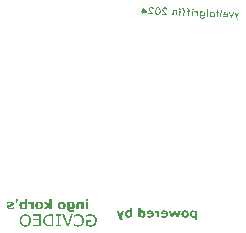
<source format=gbr>
%TF.GenerationSoftware,KiCad,Pcbnew,8.99.0-417-ga763d613e5*%
%TF.CreationDate,2024-04-11T17:26:30-04:00*%
%TF.ProjectId,fujiflex,66756a69-666c-4657-982e-6b696361645f,rev?*%
%TF.SameCoordinates,Original*%
%TF.FileFunction,Legend,Bot*%
%TF.FilePolarity,Positive*%
%FSLAX46Y46*%
G04 Gerber Fmt 4.6, Leading zero omitted, Abs format (unit mm)*
G04 Created by KiCad (PCBNEW 8.99.0-417-ga763d613e5) date 2024-04-11 17:26:30*
%MOMM*%
%LPD*%
G01*
G04 APERTURE LIST*
%ADD10C,0.125000*%
%ADD11C,0.150000*%
%ADD12C,0.200000*%
%ADD13C,0.259000*%
G04 APERTURE END LIST*
D10*
G36*
X157914116Y-93084069D02*
G01*
X157907665Y-93074276D01*
X157898002Y-93066555D01*
X157857481Y-93062728D01*
X157845093Y-93064430D01*
X157834647Y-93071344D01*
X157827431Y-93080587D01*
X157699986Y-93337263D01*
X157593618Y-93069179D01*
X157587362Y-93059395D01*
X157577512Y-93051483D01*
X157565293Y-93048975D01*
X157524602Y-93049358D01*
X157514156Y-93056271D01*
X157507136Y-93065523D01*
X157504366Y-93076044D01*
X157506239Y-93087853D01*
X157745134Y-93673837D01*
X157751585Y-93683629D01*
X157761292Y-93690252D01*
X157773699Y-93692950D01*
X157815373Y-93692424D01*
X157831624Y-93677311D01*
X157835601Y-93665921D01*
X157832557Y-93654065D01*
X157743080Y-93442575D01*
X157913227Y-93106216D01*
X157915996Y-93095694D01*
X157914116Y-93084069D01*
G37*
G36*
X157452576Y-93065531D02*
G01*
X157446125Y-93055739D01*
X157436462Y-93048018D01*
X157395941Y-93044190D01*
X157383553Y-93045893D01*
X157373107Y-93052806D01*
X157365891Y-93062050D01*
X157238358Y-93320922D01*
X157132071Y-93050825D01*
X157125823Y-93040858D01*
X157115972Y-93032945D01*
X157103672Y-93032451D01*
X157074386Y-93031275D01*
X157062974Y-93033017D01*
X157052528Y-93039930D01*
X157045507Y-93049182D01*
X157042694Y-93060802D01*
X157044611Y-93071512D01*
X157203468Y-93464168D01*
X157209716Y-93474136D01*
X157219618Y-93480767D01*
X157231830Y-93483457D01*
X157243242Y-93481715D01*
X157254816Y-93475947D01*
X157261844Y-93466513D01*
X157451679Y-93087861D01*
X157454449Y-93077340D01*
X157452576Y-93065531D01*
G37*
G36*
X156787193Y-93019740D02*
G01*
X156800664Y-93020281D01*
X156866690Y-93056116D01*
X156921855Y-93114064D01*
X156929187Y-93126275D01*
X156955120Y-93210915D01*
X156952157Y-93284678D01*
X156919519Y-93366965D01*
X156911240Y-93378366D01*
X156842411Y-93436650D01*
X156782918Y-93462127D01*
X156769314Y-93464880D01*
X156681457Y-93461352D01*
X156667986Y-93460811D01*
X156602899Y-93425930D01*
X156546692Y-93369591D01*
X156540241Y-93359798D01*
X156538564Y-93347998D01*
X156541131Y-93337651D01*
X156548390Y-93327310D01*
X156587965Y-93296266D01*
X156611633Y-93296117D01*
X156629000Y-93311664D01*
X156650807Y-93357823D01*
X156692756Y-93379674D01*
X156764603Y-93382559D01*
X156812747Y-93362127D01*
X156833824Y-93343724D01*
X156858841Y-93280746D01*
X156573210Y-93269274D01*
X156560998Y-93266584D01*
X156551147Y-93258672D01*
X156544704Y-93248696D01*
X156542997Y-93237628D01*
X156544923Y-93189666D01*
X156636051Y-93189666D01*
X156853154Y-93198386D01*
X156841462Y-93153551D01*
X156822076Y-93129856D01*
X156775895Y-93101418D01*
X156704047Y-93098533D01*
X156660327Y-93120793D01*
X156636918Y-93168068D01*
X156636051Y-93189666D01*
X156544923Y-93189666D01*
X156546386Y-93153249D01*
X156550271Y-93139289D01*
X156580605Y-93085142D01*
X156626225Y-93044808D01*
X156685732Y-93018965D01*
X156699336Y-93016212D01*
X156787193Y-93019740D01*
G37*
G36*
X156417974Y-92835148D02*
G01*
X156411718Y-92825363D01*
X156401816Y-92818732D01*
X156360319Y-92814866D01*
X156347930Y-92816568D01*
X156337528Y-92822383D01*
X156330508Y-92831635D01*
X156327702Y-92843072D01*
X156304662Y-93416702D01*
X156306542Y-93428327D01*
X156312798Y-93438112D01*
X156322700Y-93444743D01*
X156334912Y-93447433D01*
X156376586Y-93446907D01*
X156386988Y-93441091D01*
X156394008Y-93431840D01*
X156396814Y-93420403D01*
X156419854Y-92846773D01*
X156417974Y-92835148D01*
G37*
G36*
X156206663Y-93013290D02*
G01*
X156200407Y-93003506D01*
X156189377Y-92995730D01*
X156121906Y-92991003D01*
X156128199Y-92834325D01*
X156126312Y-92822883D01*
X156120042Y-92813465D01*
X156110139Y-92806834D01*
X156097920Y-92804327D01*
X156068635Y-92803150D01*
X156056335Y-92802656D01*
X156045932Y-92808472D01*
X156038912Y-92817723D01*
X156036106Y-92829160D01*
X156029674Y-92989315D01*
X155973445Y-92987057D01*
X155962317Y-92986610D01*
X155951871Y-92993524D01*
X155944655Y-93002767D01*
X155940917Y-93013067D01*
X155939814Y-93040522D01*
X155942670Y-93052186D01*
X155949121Y-93061978D01*
X155959024Y-93068609D01*
X156026292Y-93073511D01*
X156013001Y-93404438D01*
X156014866Y-93416429D01*
X156021121Y-93426213D01*
X156031016Y-93433027D01*
X156072514Y-93436894D01*
X156084902Y-93435192D01*
X156095311Y-93429193D01*
X156102332Y-93419942D01*
X156105152Y-93408139D01*
X156118444Y-93077212D01*
X156174672Y-93079471D01*
X156186084Y-93077729D01*
X156197658Y-93071961D01*
X156204678Y-93062710D01*
X156207484Y-93051272D01*
X156208587Y-93023817D01*
X156206663Y-93013290D01*
G37*
G36*
X155492187Y-92967728D02*
G01*
X155502045Y-92975457D01*
X155508301Y-92985241D01*
X155509791Y-93006567D01*
X155523622Y-92998140D01*
X155583245Y-92974318D01*
X155596834Y-92971931D01*
X155684495Y-92975451D01*
X155697966Y-92975992D01*
X155763016Y-93011788D01*
X155819157Y-93069775D01*
X155826489Y-93081986D01*
X155852422Y-93166626D01*
X155849459Y-93240389D01*
X155816822Y-93322676D01*
X155808542Y-93334077D01*
X155739713Y-93392361D01*
X155680220Y-93417838D01*
X155666616Y-93420591D01*
X155578955Y-93417071D01*
X155565484Y-93416530D01*
X155508052Y-93385807D01*
X155494970Y-93375565D01*
X155491738Y-93397618D01*
X155484718Y-93406869D01*
X155474308Y-93412868D01*
X155461920Y-93414570D01*
X155421399Y-93410743D01*
X155411504Y-93403929D01*
X155405255Y-93393961D01*
X155403383Y-93382153D01*
X155407228Y-93286427D01*
X155498550Y-93286427D01*
X155590058Y-93335385D01*
X155662100Y-93338278D01*
X155710274Y-93317114D01*
X155731184Y-93297971D01*
X155758942Y-93225203D01*
X155760854Y-93177614D01*
X155739021Y-93102856D01*
X155719713Y-93082097D01*
X155673392Y-93057137D01*
X155601350Y-93054244D01*
X155506211Y-93095705D01*
X155498550Y-93286427D01*
X155407228Y-93286427D01*
X155419027Y-92992655D01*
X155421796Y-92982133D01*
X155429019Y-92972707D01*
X155439277Y-92965602D01*
X155479968Y-92965220D01*
X155492187Y-92967728D01*
G37*
G36*
X155256705Y-92788506D02*
G01*
X155250449Y-92778722D01*
X155240547Y-92772091D01*
X155199050Y-92768224D01*
X155186662Y-92769927D01*
X155176259Y-92775742D01*
X155169239Y-92784993D01*
X155166433Y-92796430D01*
X155143394Y-93370061D01*
X155145273Y-93381686D01*
X155151529Y-93391470D01*
X155161431Y-93398101D01*
X155173643Y-93400792D01*
X155215317Y-93400265D01*
X155225719Y-93394450D01*
X155232739Y-93385199D01*
X155235545Y-93373762D01*
X155258585Y-92800131D01*
X155256705Y-92788506D01*
G37*
G36*
X154651301Y-92933954D02*
G01*
X154661160Y-92941683D01*
X154667415Y-92951468D01*
X154668906Y-92972794D01*
X154682737Y-92964366D01*
X154742359Y-92940545D01*
X154755948Y-92938157D01*
X154843610Y-92941678D01*
X154857081Y-92942219D01*
X154914535Y-92972393D01*
X154978467Y-93036009D01*
X154985799Y-93048220D01*
X155012521Y-93142425D01*
X155008769Y-93206623D01*
X154976132Y-93288911D01*
X154967852Y-93300311D01*
X154907046Y-93353601D01*
X154839335Y-93384064D01*
X154825731Y-93386818D01*
X154738070Y-93383297D01*
X154724598Y-93382756D01*
X154667167Y-93352033D01*
X154654085Y-93341791D01*
X154652556Y-93379863D01*
X154675651Y-93447522D01*
X154695199Y-93467190D01*
X154741645Y-93489039D01*
X154784402Y-93490756D01*
X154832494Y-93471605D01*
X154859236Y-93448479D01*
X154869646Y-93442481D01*
X154882229Y-93440786D01*
X154951840Y-93445782D01*
X154961735Y-93452596D01*
X154967998Y-93462197D01*
X154969871Y-93474006D01*
X154967109Y-93484345D01*
X154960089Y-93493596D01*
X154899422Y-93543408D01*
X154831792Y-93571858D01*
X154818203Y-93574245D01*
X154730542Y-93570725D01*
X154717070Y-93570184D01*
X154650812Y-93535256D01*
X154595784Y-93478780D01*
X154588242Y-93466928D01*
X154561576Y-93376208D01*
X154566538Y-93252654D01*
X154657665Y-93252654D01*
X154749173Y-93301611D01*
X154821215Y-93304505D01*
X154869389Y-93283340D01*
X154890299Y-93264197D01*
X154918057Y-93191430D01*
X154919968Y-93143841D01*
X154898136Y-93069082D01*
X154878828Y-93048324D01*
X154832507Y-93023364D01*
X154760464Y-93020470D01*
X154665325Y-93061932D01*
X154657665Y-93252654D01*
X154566538Y-93252654D01*
X154578337Y-92958890D01*
X154580911Y-92948360D01*
X154588134Y-92938934D01*
X154598392Y-92931829D01*
X154610968Y-92930318D01*
X154651301Y-92933954D01*
G37*
G36*
X154410086Y-92941316D02*
G01*
X154403830Y-92931531D01*
X154392808Y-92923572D01*
X154352475Y-92919935D01*
X154339899Y-92921447D01*
X154329647Y-92928368D01*
X154322432Y-92937612D01*
X154318344Y-92985847D01*
X154278258Y-92946837D01*
X154220804Y-92916664D01*
X154206242Y-92914062D01*
X154107176Y-92912100D01*
X154096730Y-92919013D01*
X154089710Y-92928265D01*
X154086948Y-92938603D01*
X154087725Y-92977684D01*
X154093980Y-92987468D01*
X154103883Y-92994099D01*
X154196142Y-93000005D01*
X154242485Y-93024416D01*
X154291074Y-93075683D01*
X154312933Y-93120560D01*
X154304288Y-93335809D01*
X154306153Y-93347800D01*
X154312408Y-93357584D01*
X154322303Y-93364398D01*
X154334515Y-93367089D01*
X154375017Y-93366516D01*
X154386598Y-93360564D01*
X154393619Y-93351313D01*
X154396432Y-93339693D01*
X154411995Y-92952209D01*
X154410086Y-92941316D01*
G37*
G36*
X153995717Y-92722093D02*
G01*
X153954219Y-92718227D01*
X153941831Y-92719929D01*
X153901041Y-92752023D01*
X153894020Y-92761275D01*
X153890112Y-92800167D01*
X153891991Y-92811792D01*
X153898247Y-92821577D01*
X153936332Y-92856839D01*
X153977830Y-92860706D01*
X153990218Y-92859003D01*
X154031008Y-92826909D01*
X154038029Y-92817658D01*
X154041937Y-92778765D01*
X154040058Y-92767140D01*
X154033802Y-92757356D01*
X153995717Y-92722093D01*
G37*
G36*
X154004303Y-92927034D02*
G01*
X153998047Y-92917250D01*
X153988189Y-92909521D01*
X153946692Y-92905654D01*
X153934303Y-92907356D01*
X153923857Y-92914270D01*
X153916837Y-92923521D01*
X153914060Y-92934226D01*
X153898578Y-93319697D01*
X153900450Y-93331505D01*
X153906699Y-93341473D01*
X153916601Y-93348104D01*
X153928813Y-93350794D01*
X153970487Y-93350268D01*
X153980889Y-93344453D01*
X153987916Y-93335018D01*
X153990730Y-93323398D01*
X154006212Y-92937927D01*
X154004303Y-92927034D01*
G37*
G36*
X153772450Y-92915522D02*
G01*
X153766194Y-92905738D01*
X153755164Y-92897961D01*
X153687693Y-92893235D01*
X153688948Y-92832786D01*
X153656663Y-92740742D01*
X153590688Y-92703626D01*
X153576046Y-92703038D01*
X153517475Y-92700685D01*
X153506265Y-92702252D01*
X153495870Y-92707884D01*
X153488677Y-92716578D01*
X153484917Y-92727427D01*
X153483873Y-92753418D01*
X153486751Y-92764533D01*
X153493224Y-92773776D01*
X153503133Y-92780224D01*
X153514181Y-92782685D01*
X153565919Y-92784763D01*
X153581432Y-92792902D01*
X153597386Y-92843592D01*
X153595460Y-92891547D01*
X153539232Y-92889289D01*
X153528104Y-92888842D01*
X153517657Y-92895755D01*
X153510442Y-92904999D01*
X153506704Y-92915298D01*
X153505601Y-92942754D01*
X153508457Y-92954418D01*
X153514908Y-92964210D01*
X153524810Y-92970841D01*
X153592079Y-92975743D01*
X153578787Y-93306670D01*
X153580652Y-93318661D01*
X153586908Y-93328445D01*
X153596803Y-93335259D01*
X153638300Y-93339126D01*
X153650689Y-93337424D01*
X153661098Y-93331425D01*
X153668118Y-93322174D01*
X153670939Y-93310371D01*
X153684231Y-92979444D01*
X153740459Y-92981703D01*
X153751871Y-92979961D01*
X153763444Y-92974193D01*
X153770465Y-92964941D01*
X153773271Y-92953504D01*
X153774373Y-92926049D01*
X153772450Y-92915522D01*
G37*
G36*
X153366357Y-92899212D02*
G01*
X153360101Y-92889427D01*
X153349071Y-92881651D01*
X153281600Y-92876925D01*
X153282855Y-92816476D01*
X153250570Y-92724431D01*
X153184596Y-92687315D01*
X153169953Y-92686727D01*
X153111382Y-92684375D01*
X153100172Y-92685941D01*
X153089778Y-92691574D01*
X153082584Y-92700268D01*
X153078824Y-92711117D01*
X153077780Y-92737107D01*
X153080658Y-92748223D01*
X153087131Y-92757466D01*
X153097041Y-92763914D01*
X153108088Y-92766374D01*
X153159826Y-92768452D01*
X153175339Y-92776592D01*
X153191294Y-92827282D01*
X153189368Y-92875237D01*
X153133140Y-92872978D01*
X153122011Y-92872531D01*
X153111565Y-92879445D01*
X153104349Y-92888688D01*
X153100611Y-92898988D01*
X153099508Y-92926443D01*
X153102364Y-92938108D01*
X153108815Y-92947900D01*
X153118718Y-92954531D01*
X153185986Y-92959433D01*
X153172695Y-93290359D01*
X153174560Y-93302350D01*
X153180815Y-93312135D01*
X153190710Y-93318949D01*
X153232208Y-93322816D01*
X153244596Y-93321113D01*
X153255005Y-93315115D01*
X153262026Y-93305864D01*
X153264846Y-93294060D01*
X153278138Y-92963134D01*
X153334366Y-92965392D01*
X153345778Y-92963651D01*
X153357352Y-92957882D01*
X153364372Y-92948631D01*
X153367178Y-92937194D01*
X153368281Y-92909739D01*
X153366357Y-92899212D01*
G37*
G36*
X152921133Y-92678934D02*
G01*
X152879636Y-92675067D01*
X152867248Y-92676769D01*
X152826457Y-92708864D01*
X152819437Y-92718115D01*
X152815528Y-92757007D01*
X152817408Y-92768632D01*
X152823663Y-92778417D01*
X152861749Y-92813679D01*
X152903246Y-92817546D01*
X152915634Y-92815843D01*
X152956425Y-92783749D01*
X152963445Y-92774498D01*
X152967354Y-92735606D01*
X152965474Y-92723980D01*
X152959218Y-92714196D01*
X152921133Y-92678934D01*
G37*
G36*
X152929719Y-92883875D02*
G01*
X152923463Y-92874090D01*
X152913605Y-92866361D01*
X152872108Y-92862494D01*
X152859720Y-92864197D01*
X152849273Y-92871110D01*
X152842253Y-92880361D01*
X152839476Y-92891066D01*
X152823994Y-93276537D01*
X152825867Y-93288346D01*
X152832115Y-93298313D01*
X152842017Y-93304944D01*
X152854229Y-93307634D01*
X152895903Y-93307108D01*
X152906305Y-93301293D01*
X152913333Y-93291859D01*
X152916146Y-93280238D01*
X152931628Y-92894768D01*
X152929719Y-92883875D01*
G37*
G36*
X152668573Y-92871369D02*
G01*
X152662122Y-92861577D01*
X152652466Y-92853673D01*
X152612133Y-92850036D01*
X152599557Y-92851548D01*
X152589306Y-92858469D01*
X152582105Y-92867346D01*
X152577851Y-92914841D01*
X152536572Y-92876334D01*
X152480463Y-92846764D01*
X152465820Y-92846176D01*
X152378159Y-92842655D01*
X152364367Y-92845218D01*
X152294427Y-92877608D01*
X152288383Y-92886899D01*
X152254409Y-92978116D01*
X152243360Y-93253217D01*
X152245232Y-93265025D01*
X152251481Y-93274992D01*
X152261383Y-93281623D01*
X152273595Y-93284314D01*
X152301709Y-93285443D01*
X152314009Y-93285937D01*
X152324426Y-93279755D01*
X152331453Y-93270321D01*
X152334274Y-93258518D01*
X152345242Y-92985430D01*
X152368177Y-92945102D01*
X152411765Y-92926137D01*
X152454522Y-92927854D01*
X152504118Y-92954046D01*
X152574256Y-93004345D01*
X152563472Y-93272857D01*
X152565329Y-93285031D01*
X152573869Y-93296374D01*
X152593978Y-93297182D01*
X152622288Y-93298319D01*
X152634676Y-93296616D01*
X152645086Y-93290618D01*
X152652106Y-93281367D01*
X152654919Y-93269746D01*
X152670482Y-92882262D01*
X152668573Y-92871369D01*
G37*
G36*
X151817345Y-93226573D02*
G01*
X151810938Y-93215682D01*
X151561070Y-92932119D01*
X151509218Y-92850104D01*
X151485126Y-92802387D01*
X151486795Y-92760839D01*
X151509852Y-92722349D01*
X151553417Y-92703932D01*
X151654550Y-92707994D01*
X151696498Y-92729845D01*
X151716213Y-92769686D01*
X151717284Y-92801445D01*
X151723735Y-92811238D01*
X151733442Y-92817861D01*
X151745812Y-92821474D01*
X151786351Y-92819986D01*
X151796754Y-92814170D01*
X151803774Y-92804919D01*
X151807646Y-92766942D01*
X151804878Y-92753081D01*
X151778955Y-92697408D01*
X151736615Y-92656108D01*
X151679319Y-92626857D01*
X151665653Y-92626308D01*
X151548706Y-92621611D01*
X151535110Y-92624182D01*
X151475429Y-92649468D01*
X151430071Y-92688162D01*
X151399737Y-92742309D01*
X151395859Y-92756086D01*
X151393683Y-92810264D01*
X151396450Y-92824125D01*
X151424555Y-92883920D01*
X151479645Y-92968081D01*
X151662673Y-93177645D01*
X151381727Y-93166361D01*
X151369151Y-93167872D01*
X151358749Y-93173688D01*
X151351743Y-93182573D01*
X151347879Y-93220367D01*
X151349766Y-93231809D01*
X151356036Y-93241227D01*
X151365939Y-93247858D01*
X151378434Y-93248360D01*
X151785307Y-93264702D01*
X151797891Y-93263007D01*
X151808293Y-93257192D01*
X151815321Y-93247758D01*
X151818090Y-93237236D01*
X151817345Y-93226573D01*
G37*
G36*
X151063152Y-92602109D02*
G01*
X151164140Y-92638982D01*
X151225784Y-92730372D01*
X151253627Y-92879438D01*
X151250106Y-92967111D01*
X151215094Y-93108519D01*
X151148297Y-93198968D01*
X151131044Y-93209825D01*
X151043256Y-93233798D01*
X150974684Y-93232144D01*
X150869249Y-93193993D01*
X150807598Y-93102786D01*
X150779762Y-92953537D01*
X150779907Y-92949917D01*
X150872208Y-92949917D01*
X150893924Y-93081137D01*
X150923700Y-93128532D01*
X150983639Y-93150372D01*
X151030691Y-93152262D01*
X151092189Y-93135299D01*
X151125670Y-93090444D01*
X151157840Y-92961389D01*
X151160942Y-92884148D01*
X151139226Y-92752929D01*
X151109450Y-92705534D01*
X151049511Y-92683693D01*
X151002459Y-92681803D01*
X150940961Y-92698766D01*
X150907480Y-92743621D01*
X150875310Y-92872676D01*
X150872208Y-92949917D01*
X150779907Y-92949917D01*
X150783284Y-92865863D01*
X150818296Y-92724456D01*
X150884897Y-92633999D01*
X150902150Y-92623142D01*
X150989938Y-92599169D01*
X151063152Y-92602109D01*
G37*
G36*
X150661543Y-93180151D02*
G01*
X150655136Y-93169261D01*
X150405268Y-92885697D01*
X150353416Y-92803682D01*
X150329324Y-92755966D01*
X150330993Y-92714417D01*
X150354049Y-92675927D01*
X150397615Y-92657510D01*
X150498748Y-92661572D01*
X150540696Y-92683423D01*
X150560411Y-92723265D01*
X150561482Y-92755024D01*
X150567933Y-92764816D01*
X150577640Y-92771439D01*
X150590010Y-92775052D01*
X150630549Y-92773564D01*
X150640952Y-92767749D01*
X150647972Y-92758497D01*
X150651844Y-92720520D01*
X150649076Y-92706659D01*
X150623153Y-92650986D01*
X150580812Y-92609686D01*
X150523517Y-92580435D01*
X150509851Y-92579886D01*
X150392904Y-92575189D01*
X150379307Y-92577760D01*
X150319626Y-92603046D01*
X150274269Y-92641740D01*
X150243934Y-92695887D01*
X150240057Y-92709664D01*
X150237881Y-92763843D01*
X150240648Y-92777704D01*
X150268753Y-92837498D01*
X150323842Y-92921659D01*
X150506871Y-93131223D01*
X150225925Y-93119939D01*
X150213349Y-93121451D01*
X150202947Y-93127266D01*
X150195941Y-93136151D01*
X150192076Y-93173945D01*
X150193963Y-93185387D01*
X150200234Y-93194806D01*
X150210136Y-93201437D01*
X150222631Y-93201938D01*
X150629505Y-93218280D01*
X150642088Y-93216586D01*
X150652491Y-93210770D01*
X150659518Y-93201336D01*
X150662288Y-93190814D01*
X150661543Y-93180151D01*
G37*
G36*
X149749793Y-92549359D02*
G01*
X149761117Y-92549814D01*
X149773204Y-92555616D01*
X149780915Y-92563259D01*
X150083817Y-93011383D01*
X150089096Y-93021128D01*
X150084939Y-93041861D01*
X150067402Y-93054907D01*
X150056274Y-93054460D01*
X149796413Y-93044022D01*
X149789160Y-93166195D01*
X149782132Y-93175630D01*
X149771722Y-93181628D01*
X149759334Y-93183331D01*
X149719009Y-93179511D01*
X149709114Y-93172697D01*
X149702670Y-93162722D01*
X149704262Y-93040321D01*
X149619919Y-93036934D01*
X149607505Y-93034418D01*
X149597790Y-93027978D01*
X149591325Y-93018552D01*
X149589626Y-93007301D01*
X149590640Y-92982042D01*
X149593236Y-92970963D01*
X149600437Y-92962086D01*
X149600551Y-92962023D01*
X149799707Y-92962023D01*
X149950422Y-92968260D01*
X149807918Y-92757573D01*
X149799707Y-92962023D01*
X149600551Y-92962023D01*
X149610637Y-92956446D01*
X149623213Y-92954934D01*
X149707555Y-92958322D01*
X149723037Y-92572851D01*
X149726827Y-92561270D01*
X149738665Y-92548912D01*
X149749793Y-92549359D01*
G37*
D11*
G36*
X144923263Y-111079192D02*
G01*
X144971623Y-111099969D01*
X145022456Y-111119162D01*
X145069717Y-111134893D01*
X145106445Y-111145870D01*
X145155629Y-111158265D01*
X145204020Y-111167119D01*
X145257510Y-111172846D01*
X145298420Y-111174202D01*
X145349726Y-111172648D01*
X145399138Y-111167984D01*
X145453291Y-111158848D01*
X145504972Y-111145651D01*
X145517505Y-111141718D01*
X145565484Y-111123430D01*
X145609768Y-111101051D01*
X145655172Y-111070985D01*
X145687254Y-111044021D01*
X145724546Y-111004455D01*
X145753412Y-110964907D01*
X145778249Y-110921237D01*
X145796675Y-110879645D01*
X145813451Y-110828217D01*
X145824199Y-110779786D01*
X145831276Y-110728153D01*
X145834684Y-110673317D01*
X145835021Y-110648836D01*
X145832785Y-110589920D01*
X145826076Y-110534194D01*
X145814894Y-110481659D01*
X145799239Y-110432314D01*
X145779112Y-110386160D01*
X145754513Y-110343196D01*
X145725440Y-110303423D01*
X145691895Y-110266840D01*
X145654384Y-110234039D01*
X145613539Y-110205611D01*
X145569357Y-110181557D01*
X145521841Y-110161877D01*
X145470989Y-110146569D01*
X145416801Y-110135636D01*
X145359278Y-110129075D01*
X145298420Y-110126889D01*
X145249063Y-110128531D01*
X145199089Y-110133458D01*
X145148496Y-110141669D01*
X145120122Y-110147649D01*
X145067776Y-110161489D01*
X145019397Y-110177651D01*
X144969277Y-110197446D01*
X144923995Y-110217747D01*
X144923995Y-110376993D01*
X144936452Y-110376993D01*
X144979179Y-110349287D01*
X144998245Y-110337670D01*
X145043394Y-110312743D01*
X145077868Y-110296882D01*
X145125081Y-110280241D01*
X145174181Y-110267325D01*
X145185335Y-110264886D01*
X145236814Y-110256505D01*
X145289055Y-110252560D01*
X145321623Y-110251941D01*
X145373597Y-110254535D01*
X145422053Y-110262317D01*
X145475557Y-110278502D01*
X145523994Y-110302159D01*
X145567365Y-110333285D01*
X145593465Y-110358187D01*
X145627414Y-110400665D01*
X145654339Y-110448415D01*
X145674240Y-110501438D01*
X145685458Y-110549651D01*
X145691799Y-110601525D01*
X145693360Y-110645661D01*
X145690814Y-110703349D01*
X145683175Y-110756886D01*
X145670445Y-110806274D01*
X145648446Y-110860061D01*
X145619113Y-110907871D01*
X145589069Y-110943148D01*
X145547214Y-110979172D01*
X145500053Y-111007743D01*
X145447586Y-111028860D01*
X145399810Y-111040765D01*
X145348348Y-111047493D01*
X145304526Y-111049150D01*
X145255250Y-111047432D01*
X145205974Y-111042280D01*
X145173123Y-111036938D01*
X145122441Y-111025648D01*
X145073902Y-111010875D01*
X145058085Y-111004942D01*
X145058085Y-110767782D01*
X145332125Y-110767782D01*
X145332125Y-110642730D01*
X144923263Y-110642730D01*
X144923263Y-111079192D01*
G37*
G36*
X143901106Y-111082122D02*
G01*
X143947639Y-111102759D01*
X143969494Y-111112897D01*
X144015099Y-111131273D01*
X144049606Y-111142939D01*
X144098910Y-111156265D01*
X144140464Y-111164921D01*
X144192060Y-111171882D01*
X144241315Y-111174166D01*
X144248664Y-111174202D01*
X144303084Y-111172279D01*
X144354970Y-111166508D01*
X144404323Y-111156891D01*
X144451141Y-111143427D01*
X144500394Y-111123236D01*
X144545938Y-111097557D01*
X144587772Y-111066392D01*
X144609410Y-111046707D01*
X144644225Y-111007674D01*
X144674480Y-110963116D01*
X144697546Y-110918870D01*
X144712481Y-110882820D01*
X144728723Y-110830995D01*
X144739128Y-110782367D01*
X144745980Y-110730677D01*
X144749280Y-110675925D01*
X144749606Y-110651522D01*
X144747899Y-110598181D01*
X144742780Y-110547364D01*
X144734249Y-110499072D01*
X144720319Y-110446972D01*
X144713946Y-110428284D01*
X144694041Y-110380978D01*
X144670227Y-110337487D01*
X144638765Y-110293122D01*
X144610876Y-110261955D01*
X144572049Y-110227353D01*
X144528933Y-110197735D01*
X144481529Y-110173102D01*
X144453339Y-110161571D01*
X144405804Y-110146398D01*
X144355764Y-110135559D01*
X144303222Y-110129056D01*
X144248175Y-110126889D01*
X144196627Y-110128821D01*
X144145173Y-110134617D01*
X144093816Y-110144277D01*
X144083556Y-110146672D01*
X144035945Y-110160196D01*
X143985436Y-110178512D01*
X143938106Y-110198814D01*
X143901106Y-110216526D01*
X143901106Y-110376993D01*
X143911364Y-110376993D01*
X143953542Y-110346494D01*
X143995567Y-110320451D01*
X144042663Y-110296482D01*
X144079159Y-110281739D01*
X144126798Y-110267335D01*
X144176292Y-110257645D01*
X144227640Y-110252669D01*
X144256968Y-110251941D01*
X144308547Y-110254798D01*
X144360668Y-110264432D01*
X144396919Y-110276121D01*
X144441558Y-110298034D01*
X144482419Y-110327504D01*
X144507561Y-110351348D01*
X144540179Y-110392243D01*
X144564949Y-110436248D01*
X144581567Y-110476889D01*
X144595477Y-110526653D01*
X144603592Y-110575357D01*
X144607533Y-110627770D01*
X144607945Y-110652255D01*
X144606128Y-110702462D01*
X144599742Y-110754603D01*
X144587253Y-110807143D01*
X144578880Y-110831285D01*
X144556768Y-110879406D01*
X144530730Y-110921005D01*
X144503653Y-110953162D01*
X144465300Y-110986261D01*
X144422412Y-111012284D01*
X144391302Y-111025702D01*
X144342094Y-111039991D01*
X144290826Y-111047684D01*
X144255503Y-111049150D01*
X144201258Y-111046677D01*
X144148985Y-111039258D01*
X144098682Y-111026893D01*
X144071588Y-111017887D01*
X144024097Y-110997828D01*
X143978345Y-110972824D01*
X143934332Y-110942874D01*
X143910632Y-110924097D01*
X143901106Y-110924097D01*
X143901106Y-111082122D01*
G37*
G36*
X142907771Y-110142520D02*
G01*
X143279997Y-111158571D01*
X143461225Y-111158571D01*
X143833695Y-110142520D01*
X143688126Y-110142520D01*
X143367191Y-111036449D01*
X143046500Y-110142520D01*
X142907771Y-110142520D01*
G37*
G36*
X142397059Y-111158571D02*
G01*
X142801036Y-111158571D01*
X142801036Y-111049150D01*
X142666947Y-111049150D01*
X142666947Y-110251941D01*
X142801036Y-110251941D01*
X142801036Y-110142520D01*
X142397059Y-110142520D01*
X142397059Y-110251941D01*
X142530904Y-110251941D01*
X142530904Y-111049150D01*
X142397059Y-111049150D01*
X142397059Y-111158571D01*
G37*
G36*
X142168447Y-111158571D02*
G01*
X141910283Y-111158571D01*
X141892880Y-111158496D01*
X141843238Y-111157380D01*
X141790184Y-111154385D01*
X141735962Y-111148729D01*
X141683137Y-111139520D01*
X141672423Y-111137045D01*
X141620740Y-111121865D01*
X141572207Y-111102011D01*
X141526821Y-111077482D01*
X141502229Y-111061125D01*
X141462205Y-111028718D01*
X141426014Y-110991495D01*
X141393657Y-110949457D01*
X141365133Y-110902604D01*
X141344465Y-110859470D01*
X141325756Y-110806847D01*
X141312869Y-110751746D01*
X141306454Y-110702544D01*
X141304316Y-110651522D01*
X141304390Y-110649568D01*
X141446710Y-110649568D01*
X141448049Y-110691717D01*
X141454003Y-110743695D01*
X141466393Y-110796405D01*
X141484812Y-110843009D01*
X141492291Y-110857218D01*
X141522058Y-110900800D01*
X141559267Y-110938563D01*
X141599117Y-110967573D01*
X141638602Y-110988920D01*
X141684734Y-111007058D01*
X141733695Y-111019596D01*
X141752345Y-111022859D01*
X141802410Y-111029113D01*
X141851670Y-111032417D01*
X141904909Y-111033518D01*
X142032648Y-111033518D01*
X142032648Y-110267573D01*
X141904909Y-110267573D01*
X141893169Y-110267623D01*
X141842932Y-110269102D01*
X141792099Y-110273147D01*
X141742244Y-110280517D01*
X141708645Y-110288272D01*
X141660022Y-110304713D01*
X141613528Y-110326924D01*
X141588585Y-110342108D01*
X141548766Y-110373646D01*
X141515478Y-110410595D01*
X141488720Y-110452953D01*
X141468412Y-110500796D01*
X141455940Y-110548221D01*
X141448720Y-110600256D01*
X141446710Y-110649568D01*
X141304390Y-110649568D01*
X141306368Y-110597435D01*
X141312525Y-110546181D01*
X141322786Y-110497761D01*
X141339945Y-110444852D01*
X141362690Y-110395800D01*
X141378005Y-110369487D01*
X141408277Y-110326689D01*
X141442967Y-110288029D01*
X141482075Y-110253506D01*
X141525600Y-110223120D01*
X141533340Y-110218482D01*
X141579727Y-110195220D01*
X141627507Y-110177379D01*
X141675077Y-110164014D01*
X141704133Y-110157822D01*
X141756874Y-110150098D01*
X141809334Y-110145543D01*
X141858988Y-110143276D01*
X141912969Y-110142520D01*
X142168447Y-110142520D01*
X142168447Y-111158571D01*
G37*
G36*
X140416005Y-111158571D02*
G01*
X141089871Y-111158571D01*
X141089871Y-110142520D01*
X140416005Y-110142520D01*
X140416005Y-110267573D01*
X140954072Y-110267573D01*
X140954072Y-110533309D01*
X140416005Y-110533309D01*
X140416005Y-110658361D01*
X140954072Y-110658361D01*
X140954072Y-111033518D01*
X140416005Y-111033518D01*
X140416005Y-111158571D01*
G37*
G36*
X139834138Y-110128572D02*
G01*
X139884326Y-110134617D01*
X139932468Y-110145058D01*
X139984184Y-110162060D01*
X140011480Y-110173802D01*
X140057006Y-110198725D01*
X140097896Y-110228516D01*
X140134149Y-110263176D01*
X140160375Y-110294974D01*
X140189836Y-110339807D01*
X140212001Y-110383389D01*
X140230380Y-110430483D01*
X140234373Y-110442763D01*
X140247768Y-110493871D01*
X140257042Y-110548154D01*
X140261775Y-110598256D01*
X140263353Y-110650790D01*
X140263223Y-110666312D01*
X140260726Y-110718929D01*
X140255049Y-110768881D01*
X140244669Y-110822706D01*
X140230136Y-110873051D01*
X140218988Y-110902689D01*
X140195435Y-110952311D01*
X140167399Y-110997142D01*
X140134881Y-111037182D01*
X140114927Y-111057250D01*
X140075763Y-111089495D01*
X140032426Y-111116755D01*
X139984916Y-111139031D01*
X139939487Y-111154418D01*
X139891616Y-111165409D01*
X139841302Y-111172004D01*
X139788545Y-111174202D01*
X139741403Y-111172554D01*
X139690360Y-111166635D01*
X139642340Y-111156411D01*
X139591930Y-111139764D01*
X139565547Y-111128179D01*
X139520884Y-111103179D01*
X139479852Y-111072847D01*
X139442453Y-111037182D01*
X139420425Y-111011485D01*
X139390990Y-110968624D01*
X139365883Y-110920586D01*
X139347198Y-110873539D01*
X139341131Y-110854856D01*
X139327869Y-110802809D01*
X139319747Y-110754614D01*
X139314873Y-110703941D01*
X139313249Y-110650790D01*
X139454665Y-110650790D01*
X139456077Y-110697673D01*
X139461814Y-110752295D01*
X139471963Y-110802492D01*
X139489966Y-110856889D01*
X139514323Y-110904914D01*
X139545035Y-110946568D01*
X139556574Y-110958990D01*
X139594097Y-110991447D01*
X139635983Y-111016692D01*
X139682231Y-111034724D01*
X139732841Y-111045543D01*
X139787812Y-111049150D01*
X139806623Y-111048749D01*
X139860169Y-111042738D01*
X139909388Y-111029515D01*
X139954279Y-111009079D01*
X139994843Y-110981430D01*
X140031078Y-110946568D01*
X140057183Y-110912299D01*
X140082668Y-110865335D01*
X140101782Y-110812001D01*
X140112843Y-110762688D01*
X140119480Y-110708951D01*
X140121692Y-110650790D01*
X140120303Y-110604345D01*
X140114660Y-110550132D01*
X140104676Y-110500189D01*
X140086964Y-110445893D01*
X140063002Y-110397744D01*
X140032788Y-110355744D01*
X140021413Y-110343174D01*
X139984138Y-110310330D01*
X139942140Y-110284785D01*
X139895420Y-110266538D01*
X139843978Y-110255590D01*
X139787812Y-110251941D01*
X139768742Y-110252347D01*
X139714601Y-110258429D01*
X139665061Y-110271810D01*
X139620124Y-110292489D01*
X139579790Y-110320467D01*
X139544058Y-110355744D01*
X139518305Y-110390318D01*
X139493163Y-110437441D01*
X139474307Y-110490713D01*
X139463395Y-110539802D01*
X139456848Y-110593161D01*
X139454665Y-110650790D01*
X139313249Y-110650790D01*
X139313379Y-110635382D01*
X139315895Y-110583064D01*
X139321614Y-110533248D01*
X139332071Y-110479377D01*
X139346710Y-110428773D01*
X139360197Y-110393110D01*
X139381385Y-110348871D01*
X139409600Y-110303628D01*
X139442453Y-110263176D01*
X139462184Y-110243454D01*
X139500977Y-110211651D01*
X139543981Y-110184601D01*
X139591197Y-110162304D01*
X139636321Y-110146810D01*
X139684253Y-110135743D01*
X139734995Y-110129102D01*
X139788545Y-110126889D01*
X139834138Y-110128572D01*
G37*
G36*
X153979026Y-109804721D02*
G01*
X154018189Y-109812896D01*
X154053592Y-109828077D01*
X154078486Y-109842726D01*
X154111227Y-109864558D01*
X154140787Y-109886878D01*
X154140787Y-109826611D01*
X154326350Y-109826611D01*
X154326350Y-110612096D01*
X154140787Y-110612096D01*
X154140787Y-110384218D01*
X154138533Y-110385411D01*
X154105112Y-110401254D01*
X154070262Y-110413893D01*
X154061377Y-110416383D01*
X154023983Y-110422764D01*
X153986364Y-110424518D01*
X153959952Y-110423190D01*
X153921921Y-110416217D01*
X153885797Y-110403269D01*
X153860202Y-110389825D01*
X153828508Y-110366942D01*
X153801900Y-110340987D01*
X153779091Y-110311651D01*
X153759530Y-110277294D01*
X153744564Y-110241702D01*
X153738231Y-110222547D01*
X153729537Y-110186444D01*
X153724321Y-110148255D01*
X153722582Y-110107979D01*
X153722587Y-110107796D01*
X153913641Y-110107796D01*
X153914522Y-110134305D01*
X153919597Y-110172218D01*
X153930698Y-110208247D01*
X153949728Y-110240053D01*
X153954386Y-110245355D01*
X153985246Y-110268400D01*
X154021002Y-110280371D01*
X154059454Y-110283834D01*
X154064595Y-110283802D01*
X154101220Y-110281819D01*
X154105147Y-110281362D01*
X154140787Y-110272293D01*
X154140787Y-109975355D01*
X154123126Y-109965747D01*
X154087847Y-109952091D01*
X154070588Y-109947744D01*
X154033625Y-109943848D01*
X154007981Y-109945715D01*
X153971484Y-109957603D01*
X153942584Y-109982866D01*
X153935800Y-109993313D01*
X153921810Y-110029658D01*
X153915450Y-110067702D01*
X153913641Y-110107796D01*
X153722587Y-110107796D01*
X153723521Y-110073392D01*
X153727335Y-110032831D01*
X153734083Y-109995239D01*
X153746052Y-109954049D01*
X153762247Y-109917135D01*
X153782666Y-109884497D01*
X153802565Y-109861066D01*
X153834392Y-109834935D01*
X153870847Y-109816587D01*
X153911929Y-109806023D01*
X153950827Y-109803164D01*
X153979026Y-109804721D01*
G37*
G36*
X153326833Y-109803245D02*
G01*
X153371246Y-109806075D01*
X153412457Y-109812948D01*
X153450465Y-109823864D01*
X153485271Y-109838822D01*
X153516876Y-109857824D01*
X153550574Y-109885962D01*
X153579024Y-109919208D01*
X153601587Y-109956845D01*
X153615894Y-109991565D01*
X153626113Y-110029335D01*
X153632245Y-110070154D01*
X153634288Y-110114024D01*
X153632258Y-110157639D01*
X153626167Y-110198266D01*
X153616015Y-110235906D01*
X153601802Y-110270559D01*
X153579387Y-110308199D01*
X153551124Y-110341536D01*
X153545860Y-110346642D01*
X153511522Y-110373870D01*
X153479296Y-110392103D01*
X153443788Y-110406285D01*
X153404997Y-110416414D01*
X153362923Y-110422492D01*
X153317566Y-110424518D01*
X153308221Y-110424437D01*
X153263470Y-110421600D01*
X153222011Y-110414712D01*
X153183843Y-110403772D01*
X153148967Y-110388781D01*
X153117383Y-110369737D01*
X153083826Y-110341536D01*
X153055563Y-110308199D01*
X153033148Y-110270559D01*
X153018935Y-110235906D01*
X153008783Y-110198266D01*
X153002692Y-110157639D01*
X153000712Y-110115123D01*
X153192819Y-110115123D01*
X153192898Y-110125453D01*
X153195063Y-110165269D01*
X153201795Y-110203234D01*
X153209815Y-110225825D01*
X153228906Y-110257639D01*
X153236212Y-110266054D01*
X153267741Y-110286948D01*
X153279339Y-110290715D01*
X153315918Y-110295558D01*
X153331912Y-110294819D01*
X153368308Y-110286215D01*
X153379356Y-110280766D01*
X153407692Y-110256173D01*
X153420895Y-110234595D01*
X153433338Y-110199021D01*
X153435398Y-110189936D01*
X153440679Y-110152300D01*
X153442130Y-110115123D01*
X153441973Y-110101857D01*
X153439287Y-110062734D01*
X153432055Y-110025181D01*
X153424328Y-110002419D01*
X153405127Y-109968944D01*
X153396642Y-109959957D01*
X153365194Y-109939452D01*
X153354386Y-109936246D01*
X153317566Y-109932124D01*
X153304343Y-109932685D01*
X153267558Y-109941100D01*
X153256349Y-109946367D01*
X153227807Y-109971508D01*
X153214784Y-109992676D01*
X153202162Y-110027928D01*
X153198987Y-110041710D01*
X153194133Y-110078475D01*
X153192819Y-110115123D01*
X153000712Y-110115123D01*
X153000661Y-110114024D01*
X153002683Y-110070458D01*
X153008747Y-110029860D01*
X153018854Y-109992233D01*
X153033004Y-109957575D01*
X153055321Y-109919905D01*
X153083460Y-109886512D01*
X153094056Y-109876419D01*
X153129072Y-109850047D01*
X153161952Y-109832547D01*
X153198195Y-109819117D01*
X153237801Y-109809757D01*
X153280770Y-109804466D01*
X153317566Y-109803164D01*
X153326833Y-109803245D01*
G37*
G36*
X151949196Y-109826611D02*
G01*
X152128531Y-110401071D01*
X152325269Y-110401071D01*
X152443238Y-110013823D01*
X152559192Y-110401071D01*
X152758495Y-110401071D01*
X152936181Y-109826611D01*
X152741459Y-109826611D01*
X152642540Y-110222468D01*
X152518892Y-109826611D01*
X152354578Y-109826611D01*
X152237158Y-110222468D01*
X152139705Y-109826611D01*
X151949196Y-109826611D01*
G37*
G36*
X151576235Y-109803496D02*
G01*
X151621176Y-109807231D01*
X151662942Y-109815117D01*
X151701533Y-109827152D01*
X151736949Y-109843338D01*
X151769189Y-109863674D01*
X151798254Y-109888161D01*
X151808879Y-109899021D01*
X151832443Y-109928239D01*
X151851723Y-109960409D01*
X151866718Y-109995530D01*
X151877429Y-110033603D01*
X151883856Y-110074627D01*
X151885998Y-110118604D01*
X151885636Y-110136704D01*
X151881563Y-110179652D01*
X151872963Y-110219308D01*
X151859838Y-110255673D01*
X151842187Y-110288746D01*
X151820011Y-110318527D01*
X151793308Y-110345017D01*
X151762352Y-110367920D01*
X151727416Y-110386941D01*
X151688500Y-110402081D01*
X151645603Y-110413338D01*
X151608420Y-110419549D01*
X151568689Y-110423276D01*
X151526412Y-110424518D01*
X151522210Y-110424507D01*
X151481452Y-110423154D01*
X151442983Y-110419548D01*
X151403313Y-110412977D01*
X151392809Y-110410722D01*
X151356888Y-110401391D01*
X151319572Y-110389270D01*
X151284794Y-110375975D01*
X151284794Y-110225216D01*
X151305494Y-110225216D01*
X151325263Y-110239380D01*
X151357347Y-110257455D01*
X151392505Y-110273209D01*
X151427324Y-110284995D01*
X151466452Y-110292917D01*
X151506445Y-110295558D01*
X151534310Y-110294601D01*
X151574318Y-110289088D01*
X151612594Y-110277029D01*
X151646762Y-110256357D01*
X151655311Y-110248701D01*
X151678294Y-110218762D01*
X151692799Y-110182025D01*
X151698603Y-110143150D01*
X151273987Y-110143150D01*
X151273987Y-110078487D01*
X151274611Y-110054031D01*
X151276244Y-110037637D01*
X151458451Y-110037637D01*
X151699152Y-110037637D01*
X151697098Y-110021087D01*
X151684849Y-109984964D01*
X151660501Y-109957220D01*
X151646854Y-109948691D01*
X151609854Y-109935653D01*
X151572390Y-109932124D01*
X151558440Y-109932539D01*
X151519663Y-109939621D01*
X151487394Y-109958686D01*
X151480931Y-109965689D01*
X151463935Y-109999245D01*
X151458451Y-110037637D01*
X151276244Y-110037637D01*
X151278429Y-110015713D01*
X151287591Y-109973756D01*
X151301750Y-109936191D01*
X151320907Y-109903019D01*
X151345061Y-109874239D01*
X151363926Y-109857581D01*
X151396334Y-109836758D01*
X151433676Y-109820933D01*
X151475950Y-109810105D01*
X151514947Y-109804899D01*
X151557369Y-109803164D01*
X151576235Y-109803496D01*
G37*
G36*
X150727554Y-110014190D02*
G01*
X150744041Y-110014190D01*
X150780691Y-110005583D01*
X150782326Y-110005397D01*
X150819088Y-110002569D01*
X150825923Y-110002466D01*
X150863338Y-110003748D01*
X150896082Y-110007595D01*
X150933806Y-110015923D01*
X150961478Y-110024448D01*
X150961478Y-110401071D01*
X151147041Y-110401071D01*
X151147041Y-109826611D01*
X150961478Y-109826611D01*
X150961478Y-109911608D01*
X150931802Y-109887600D01*
X150900826Y-109866037D01*
X150866429Y-109847514D01*
X150854866Y-109842915D01*
X150819164Y-109832359D01*
X150780975Y-109826866D01*
X150771335Y-109826611D01*
X150749353Y-109827161D01*
X150727554Y-109828810D01*
X150727554Y-110014190D01*
G37*
G36*
X150357707Y-109803496D02*
G01*
X150402649Y-109807231D01*
X150444415Y-109815117D01*
X150483006Y-109827152D01*
X150518421Y-109843338D01*
X150550661Y-109863674D01*
X150579726Y-109888161D01*
X150590352Y-109899021D01*
X150613916Y-109928239D01*
X150633195Y-109960409D01*
X150648191Y-109995530D01*
X150658902Y-110033603D01*
X150665328Y-110074627D01*
X150667470Y-110118604D01*
X150667108Y-110136704D01*
X150663035Y-110179652D01*
X150654436Y-110219308D01*
X150641311Y-110255673D01*
X150623660Y-110288746D01*
X150601483Y-110318527D01*
X150574780Y-110345017D01*
X150543824Y-110367920D01*
X150508888Y-110386941D01*
X150469972Y-110402081D01*
X150427075Y-110413338D01*
X150389892Y-110419549D01*
X150350162Y-110423276D01*
X150307884Y-110424518D01*
X150303682Y-110424507D01*
X150262924Y-110423154D01*
X150224456Y-110419548D01*
X150184786Y-110412977D01*
X150174281Y-110410722D01*
X150138360Y-110401391D01*
X150101044Y-110389270D01*
X150066267Y-110375975D01*
X150066267Y-110225216D01*
X150086966Y-110225216D01*
X150106735Y-110239380D01*
X150138820Y-110257455D01*
X150173978Y-110273209D01*
X150208797Y-110284995D01*
X150247924Y-110292917D01*
X150287917Y-110295558D01*
X150315783Y-110294601D01*
X150355791Y-110289088D01*
X150394067Y-110277029D01*
X150428235Y-110256357D01*
X150436783Y-110248701D01*
X150459767Y-110218762D01*
X150474271Y-110182025D01*
X150480075Y-110143150D01*
X150055459Y-110143150D01*
X150055459Y-110078487D01*
X150056084Y-110054031D01*
X150057717Y-110037637D01*
X150239923Y-110037637D01*
X150480625Y-110037637D01*
X150478570Y-110021087D01*
X150466321Y-109984964D01*
X150441973Y-109957220D01*
X150428327Y-109948691D01*
X150391326Y-109935653D01*
X150353863Y-109932124D01*
X150339912Y-109932539D01*
X150301136Y-109939621D01*
X150268866Y-109958686D01*
X150262403Y-109965689D01*
X150245407Y-109999245D01*
X150239923Y-110037637D01*
X150057717Y-110037637D01*
X150059901Y-110015713D01*
X150069063Y-109973756D01*
X150083222Y-109936191D01*
X150102379Y-109903019D01*
X150126534Y-109874239D01*
X150145399Y-109857581D01*
X150177807Y-109836758D01*
X150215148Y-109820933D01*
X150257422Y-109810105D01*
X150296419Y-109804899D01*
X150338842Y-109803164D01*
X150357707Y-109803496D01*
G37*
G36*
X149551342Y-109842365D02*
G01*
X149583781Y-109827722D01*
X149619669Y-109814338D01*
X149628252Y-109811719D01*
X149665693Y-109805008D01*
X149704848Y-109803164D01*
X149729853Y-109804526D01*
X149767359Y-109811679D01*
X149804866Y-109824963D01*
X149828931Y-109836950D01*
X149861509Y-109859009D01*
X149889862Y-109885962D01*
X149913566Y-109916394D01*
X149933547Y-109950765D01*
X149948481Y-109985430D01*
X149953461Y-110000168D01*
X149963006Y-110039341D01*
X149968049Y-110077442D01*
X149969730Y-110118237D01*
X149968739Y-110152464D01*
X149964716Y-110192719D01*
X149957598Y-110230166D01*
X149944972Y-110271395D01*
X149927888Y-110308579D01*
X149906349Y-110341719D01*
X149885509Y-110365573D01*
X149852862Y-110392175D01*
X149816166Y-110410853D01*
X149775420Y-110421607D01*
X149737272Y-110424518D01*
X149714012Y-110423448D01*
X149677033Y-110416639D01*
X149641101Y-110402170D01*
X149611651Y-110384918D01*
X149580730Y-110363641D01*
X149551342Y-110340804D01*
X149551342Y-110401071D01*
X149365961Y-110401071D01*
X149365961Y-110248663D01*
X149551342Y-110248663D01*
X149567003Y-110258779D01*
X149601350Y-110274125D01*
X149616987Y-110278818D01*
X149654840Y-110283834D01*
X149681518Y-110281967D01*
X149719381Y-110270079D01*
X149749178Y-110244816D01*
X149756048Y-110234277D01*
X149770216Y-110197681D01*
X149776656Y-110159430D01*
X149778488Y-110119153D01*
X149777918Y-110099109D01*
X149772471Y-110058133D01*
X149761258Y-110022866D01*
X149742034Y-109990376D01*
X149737312Y-109984742D01*
X149706221Y-109960251D01*
X149670443Y-109947528D01*
X149632125Y-109943848D01*
X149629867Y-109943862D01*
X149592558Y-109947512D01*
X149587185Y-109948502D01*
X149551342Y-109959602D01*
X149551342Y-110248663D01*
X149365961Y-110248663D01*
X149365961Y-109592138D01*
X149551342Y-109592138D01*
X149551342Y-109842365D01*
G37*
G36*
X148836015Y-110401071D02*
G01*
X148658146Y-110401071D01*
X148650452Y-110372128D01*
X148648388Y-110373350D01*
X148614436Y-110392023D01*
X148581026Y-110408031D01*
X148569291Y-110412781D01*
X148533387Y-110421797D01*
X148496029Y-110424518D01*
X148482070Y-110424174D01*
X148441945Y-110419011D01*
X148404447Y-110407653D01*
X148369577Y-110390100D01*
X148337334Y-110366351D01*
X148307718Y-110336407D01*
X148282070Y-110301475D01*
X148261728Y-110262897D01*
X148248830Y-110227964D01*
X148239617Y-110190500D01*
X148234090Y-110150505D01*
X148232469Y-110113108D01*
X148423306Y-110113108D01*
X148424187Y-110140502D01*
X148429262Y-110179700D01*
X148440363Y-110216983D01*
X148459393Y-110249945D01*
X148464051Y-110255469D01*
X148494911Y-110279477D01*
X148530667Y-110291950D01*
X148569119Y-110295558D01*
X148575324Y-110295515D01*
X148612350Y-110292810D01*
X148614603Y-110292448D01*
X148650452Y-110282552D01*
X148650452Y-109976454D01*
X148632791Y-109966489D01*
X148597512Y-109952274D01*
X148580253Y-109947831D01*
X148543290Y-109943848D01*
X148512161Y-109946596D01*
X148475127Y-109961021D01*
X148449684Y-109987812D01*
X148443502Y-109999386D01*
X148430751Y-110037239D01*
X148424955Y-110074777D01*
X148423306Y-110113108D01*
X148232469Y-110113108D01*
X148232247Y-110107979D01*
X148233175Y-110073269D01*
X148236942Y-110032594D01*
X148243607Y-109994934D01*
X148255431Y-109953720D01*
X148271428Y-109916846D01*
X148291598Y-109884314D01*
X148315564Y-109856735D01*
X148348016Y-109831772D01*
X148385307Y-109814576D01*
X148421122Y-109806017D01*
X148460492Y-109803164D01*
X148488691Y-109804492D01*
X148527854Y-109811464D01*
X148563257Y-109824413D01*
X148588151Y-109837292D01*
X148620892Y-109857663D01*
X148650452Y-109879551D01*
X148650452Y-109592138D01*
X148836015Y-109592138D01*
X148836015Y-110401071D01*
G37*
G36*
X147840604Y-110200669D02*
G01*
X147708713Y-109826611D01*
X147518020Y-109826611D01*
X147839505Y-110612096D01*
X148040455Y-110612096D01*
X147948864Y-110401071D01*
X148173995Y-109826611D01*
X147979273Y-109826611D01*
X147840604Y-110200669D01*
G37*
D12*
G36*
X144922579Y-109692571D02*
G01*
X145120513Y-109692571D01*
X145120513Y-109079814D01*
X144922579Y-109079814D01*
X144922579Y-109692571D01*
G37*
G36*
X144917108Y-108979772D02*
G01*
X145125984Y-108979772D01*
X145125984Y-108829709D01*
X144917108Y-108829709D01*
X144917108Y-108979772D01*
G37*
G36*
X144118336Y-109692571D02*
G01*
X144317247Y-109692571D01*
X144317247Y-109385801D01*
X144318350Y-109346204D01*
X144321155Y-109311356D01*
X144328009Y-109272415D01*
X144334246Y-109256450D01*
X144362584Y-109228605D01*
X144366487Y-109226751D01*
X144405502Y-109218114D01*
X144425496Y-109217372D01*
X144464661Y-109221914D01*
X144480206Y-109226164D01*
X144516720Y-109241277D01*
X144540387Y-109254301D01*
X144540387Y-109692571D01*
X144738322Y-109692571D01*
X144738322Y-109079814D01*
X144540387Y-109079814D01*
X144540387Y-109140386D01*
X144507815Y-109116386D01*
X144472912Y-109094349D01*
X144438978Y-109076883D01*
X144400977Y-109063428D01*
X144359953Y-109056184D01*
X144330925Y-109054804D01*
X144289327Y-109057609D01*
X144246893Y-109067684D01*
X144209905Y-109085086D01*
X144178364Y-109109815D01*
X144174805Y-109113422D01*
X144150100Y-109146346D01*
X144132453Y-109186499D01*
X144122803Y-109227564D01*
X144118832Y-109267168D01*
X144118336Y-109288495D01*
X144118336Y-109692571D01*
G37*
G36*
X143733055Y-109056147D02*
G01*
X143773840Y-109063199D01*
X143813912Y-109076297D01*
X143839349Y-109088021D01*
X143873614Y-109109636D01*
X143903207Y-109136088D01*
X143925914Y-109163248D01*
X143946924Y-109196342D01*
X143963779Y-109232808D01*
X143967585Y-109243396D01*
X143977569Y-109281345D01*
X143983392Y-109323378D01*
X143985077Y-109364699D01*
X143983978Y-109403243D01*
X143979513Y-109447861D01*
X143971613Y-109488519D01*
X143957600Y-109532082D01*
X143938640Y-109569943D01*
X143914735Y-109602103D01*
X143905710Y-109611544D01*
X143870469Y-109639790D01*
X143835738Y-109658062D01*
X143796830Y-109670853D01*
X143753745Y-109678162D01*
X143714651Y-109680065D01*
X143698225Y-109679650D01*
X143657794Y-109674687D01*
X143617931Y-109663066D01*
X143607206Y-109658627D01*
X143571542Y-109640109D01*
X143538796Y-109616953D01*
X143538796Y-109627700D01*
X143539560Y-109649159D01*
X143546612Y-109689249D01*
X143549799Y-109698525D01*
X143571232Y-109731259D01*
X143587141Y-109743175D01*
X143623793Y-109758028D01*
X143632665Y-109760272D01*
X143671700Y-109766022D01*
X143712893Y-109767602D01*
X143726048Y-109767316D01*
X143765778Y-109763469D01*
X143806487Y-109755878D01*
X143819279Y-109752911D01*
X143857396Y-109742760D01*
X143894805Y-109730086D01*
X143919034Y-109730086D01*
X143919034Y-109890310D01*
X143892096Y-109896421D01*
X143852043Y-109903753D01*
X143811176Y-109909654D01*
X143803353Y-109910624D01*
X143764034Y-109914535D01*
X143724371Y-109916882D01*
X143684365Y-109917665D01*
X143664838Y-109917430D01*
X143622777Y-109915182D01*
X143583313Y-109910553D01*
X143542509Y-109902619D01*
X143508571Y-109892782D01*
X143471037Y-109876730D01*
X143435042Y-109854162D01*
X143409145Y-109831023D01*
X143385153Y-109799797D01*
X143365872Y-109762522D01*
X143358724Y-109743601D01*
X143348061Y-109701782D01*
X143342608Y-109659610D01*
X143341057Y-109618516D01*
X143341057Y-109496395D01*
X143538796Y-109496395D01*
X143554050Y-109505329D01*
X143590967Y-109520819D01*
X143608911Y-109525662D01*
X143649194Y-109530002D01*
X143676289Y-109528338D01*
X143715559Y-109517741D01*
X143747868Y-109495222D01*
X143751891Y-109490667D01*
X143770575Y-109454617D01*
X143779009Y-109413157D01*
X143781085Y-109372515D01*
X143780933Y-109362759D01*
X143776491Y-109322242D01*
X143764340Y-109283713D01*
X143742202Y-109249221D01*
X143737164Y-109243850D01*
X143704001Y-109220503D01*
X143665838Y-109208375D01*
X143624965Y-109204866D01*
X143619955Y-109204930D01*
X143580611Y-109208970D01*
X143577539Y-109209494D01*
X143538796Y-109220107D01*
X143538796Y-109496395D01*
X143341057Y-109496395D01*
X143341057Y-109079814D01*
X143532739Y-109079814D01*
X143539969Y-109099353D01*
X143575433Y-109080742D01*
X143614609Y-109066723D01*
X143627595Y-109063289D01*
X143666341Y-109056771D01*
X143705468Y-109054804D01*
X143733055Y-109056147D01*
G37*
G36*
X142874961Y-109054890D02*
G01*
X142922335Y-109057909D01*
X142966293Y-109065240D01*
X143006835Y-109076883D01*
X143043962Y-109092839D01*
X143077673Y-109113107D01*
X143113618Y-109143122D01*
X143143965Y-109178584D01*
X143168033Y-109218730D01*
X143183293Y-109255764D01*
X143194193Y-109296052D01*
X143200734Y-109339593D01*
X143202914Y-109386388D01*
X143200748Y-109432910D01*
X143194251Y-109476246D01*
X143183422Y-109516395D01*
X143168262Y-109553358D01*
X143144352Y-109593507D01*
X143114205Y-109629067D01*
X143108590Y-109634513D01*
X143071963Y-109663557D01*
X143037589Y-109683005D01*
X142999713Y-109698132D01*
X142958336Y-109708937D01*
X142913457Y-109715420D01*
X142865077Y-109717581D01*
X142855109Y-109717495D01*
X142807375Y-109714469D01*
X142763151Y-109707122D01*
X142722439Y-109695453D01*
X142685238Y-109679461D01*
X142651548Y-109659148D01*
X142615754Y-109629067D01*
X142585607Y-109593507D01*
X142561697Y-109553358D01*
X142546537Y-109516395D01*
X142535708Y-109476246D01*
X142529211Y-109432910D01*
X142527100Y-109387560D01*
X142732013Y-109387560D01*
X142732098Y-109398579D01*
X142734407Y-109441049D01*
X142741588Y-109481545D01*
X142750142Y-109505642D01*
X142770506Y-109539577D01*
X142778299Y-109548553D01*
X142811930Y-109570840D01*
X142824301Y-109574858D01*
X142863318Y-109580023D01*
X142880378Y-109579235D01*
X142919201Y-109570058D01*
X142930986Y-109564245D01*
X142961211Y-109538014D01*
X142975295Y-109514997D01*
X142988566Y-109477051D01*
X142990764Y-109467360D01*
X142996397Y-109427215D01*
X142997945Y-109387560D01*
X142997777Y-109373409D01*
X142994912Y-109331678D01*
X142987198Y-109291621D01*
X142978956Y-109267343D01*
X142958475Y-109231635D01*
X142949425Y-109222049D01*
X142915879Y-109200177D01*
X142904351Y-109196758D01*
X142865077Y-109192361D01*
X142850972Y-109192960D01*
X142811734Y-109201935D01*
X142799779Y-109207553D01*
X142769334Y-109234371D01*
X142755442Y-109256950D01*
X142741978Y-109294552D01*
X142738592Y-109309253D01*
X142733415Y-109348469D01*
X142732013Y-109387560D01*
X142527100Y-109387560D01*
X142527045Y-109386388D01*
X142529201Y-109339917D01*
X142535670Y-109296613D01*
X142546451Y-109256477D01*
X142561544Y-109219509D01*
X142585349Y-109179328D01*
X142615363Y-109143708D01*
X142626665Y-109132942D01*
X142664016Y-109104812D01*
X142699088Y-109086146D01*
X142737747Y-109071820D01*
X142779993Y-109061836D01*
X142825827Y-109056193D01*
X142865077Y-109054804D01*
X142874961Y-109054890D01*
G37*
G36*
X141352334Y-109692571D02*
G01*
X141582704Y-109692571D01*
X141755824Y-109425662D01*
X141809557Y-109490533D01*
X141809557Y-109692571D01*
X142007491Y-109692571D01*
X142007491Y-108829709D01*
X141809557Y-108829709D01*
X141809557Y-109350435D01*
X141596382Y-109079814D01*
X141368357Y-109079814D01*
X141590325Y-109343987D01*
X141352334Y-109692571D01*
G37*
G36*
X140973384Y-109054890D02*
G01*
X141020758Y-109057909D01*
X141064716Y-109065240D01*
X141105258Y-109076883D01*
X141142385Y-109092839D01*
X141176096Y-109113107D01*
X141212041Y-109143122D01*
X141242388Y-109178584D01*
X141266456Y-109218730D01*
X141281716Y-109255764D01*
X141292616Y-109296052D01*
X141299156Y-109339593D01*
X141301336Y-109386388D01*
X141299171Y-109432910D01*
X141292673Y-109476246D01*
X141281845Y-109516395D01*
X141266685Y-109553358D01*
X141242775Y-109593507D01*
X141212627Y-109629067D01*
X141207013Y-109634513D01*
X141170386Y-109663557D01*
X141136012Y-109683005D01*
X141098136Y-109698132D01*
X141056759Y-109708937D01*
X141011880Y-109715420D01*
X140963500Y-109717581D01*
X140953532Y-109717495D01*
X140905797Y-109714469D01*
X140861574Y-109707122D01*
X140820862Y-109695453D01*
X140783661Y-109679461D01*
X140749970Y-109659148D01*
X140714177Y-109629067D01*
X140684029Y-109593507D01*
X140660120Y-109553358D01*
X140644959Y-109516395D01*
X140634131Y-109476246D01*
X140627633Y-109432910D01*
X140625523Y-109387560D01*
X140830436Y-109387560D01*
X140830520Y-109398579D01*
X140832830Y-109441049D01*
X140840011Y-109481545D01*
X140848565Y-109505642D01*
X140868929Y-109539577D01*
X140876721Y-109548553D01*
X140910353Y-109570840D01*
X140922723Y-109574858D01*
X140961741Y-109580023D01*
X140978801Y-109579235D01*
X141017624Y-109570058D01*
X141029409Y-109564245D01*
X141059634Y-109538014D01*
X141073717Y-109514997D01*
X141086989Y-109477051D01*
X141089187Y-109467360D01*
X141094820Y-109427215D01*
X141096368Y-109387560D01*
X141096200Y-109373409D01*
X141093335Y-109331678D01*
X141085621Y-109291621D01*
X141077379Y-109267343D01*
X141056898Y-109231635D01*
X141047848Y-109222049D01*
X141014302Y-109200177D01*
X141002774Y-109196758D01*
X140963500Y-109192361D01*
X140949395Y-109192960D01*
X140910157Y-109201935D01*
X140898201Y-109207553D01*
X140867757Y-109234371D01*
X140853865Y-109256950D01*
X140840401Y-109294552D01*
X140837015Y-109309253D01*
X140831838Y-109348469D01*
X140830436Y-109387560D01*
X140625523Y-109387560D01*
X140625468Y-109386388D01*
X140627624Y-109339917D01*
X140634093Y-109296613D01*
X140644874Y-109256477D01*
X140659967Y-109219509D01*
X140683771Y-109179328D01*
X140713786Y-109143708D01*
X140725088Y-109132942D01*
X140762439Y-109104812D01*
X140797511Y-109086146D01*
X140836170Y-109071820D01*
X140878416Y-109061836D01*
X140924250Y-109056193D01*
X140963500Y-109054804D01*
X140973384Y-109054890D01*
G37*
G36*
X140040653Y-109279898D02*
G01*
X140058238Y-109279898D01*
X140097332Y-109270717D01*
X140099075Y-109270519D01*
X140138289Y-109267502D01*
X140145579Y-109267393D01*
X140185489Y-109268760D01*
X140220415Y-109272864D01*
X140260655Y-109281746D01*
X140290171Y-109290840D01*
X140290171Y-109692571D01*
X140488105Y-109692571D01*
X140488105Y-109079814D01*
X140290171Y-109079814D01*
X140290171Y-109170477D01*
X140258517Y-109144868D01*
X140225476Y-109121868D01*
X140188786Y-109102110D01*
X140176452Y-109097204D01*
X140138370Y-109085945D01*
X140097634Y-109080086D01*
X140087352Y-109079814D01*
X140063905Y-109080400D01*
X140040653Y-109082159D01*
X140040653Y-109279898D01*
G37*
G36*
X139931623Y-109692571D02*
G01*
X139741895Y-109692571D01*
X139733688Y-109661698D01*
X139731486Y-109663001D01*
X139695271Y-109682919D01*
X139659634Y-109699995D01*
X139647116Y-109705062D01*
X139608819Y-109714679D01*
X139568971Y-109717581D01*
X139554081Y-109717214D01*
X139511281Y-109711707D01*
X139471283Y-109699592D01*
X139434088Y-109680868D01*
X139399695Y-109655536D01*
X139368105Y-109623596D01*
X139340747Y-109586335D01*
X139319049Y-109545185D01*
X139305292Y-109507924D01*
X139295465Y-109467962D01*
X139289568Y-109425301D01*
X139287840Y-109385411D01*
X139491399Y-109385411D01*
X139492339Y-109414631D01*
X139497752Y-109456442D01*
X139509593Y-109496211D01*
X139529892Y-109531370D01*
X139534860Y-109537262D01*
X139567778Y-109562871D01*
X139605918Y-109576175D01*
X139646933Y-109580023D01*
X139653552Y-109579978D01*
X139693046Y-109577092D01*
X139695449Y-109576706D01*
X139733688Y-109566150D01*
X139733688Y-109239647D01*
X139714850Y-109229017D01*
X139677219Y-109213855D01*
X139658809Y-109209115D01*
X139619383Y-109204866D01*
X139586178Y-109207797D01*
X139546674Y-109223185D01*
X139519536Y-109251761D01*
X139512942Y-109264107D01*
X139499340Y-109304483D01*
X139493158Y-109344524D01*
X139491399Y-109385411D01*
X139287840Y-109385411D01*
X139287603Y-109379940D01*
X139288592Y-109342915D01*
X139292611Y-109299529D01*
X139299721Y-109259358D01*
X139312333Y-109215396D01*
X139329396Y-109176065D01*
X139350911Y-109141363D01*
X139376474Y-109111946D01*
X139411090Y-109085319D01*
X139450867Y-109066976D01*
X139489070Y-109057847D01*
X139531064Y-109054804D01*
X139561143Y-109056220D01*
X139602918Y-109063657D01*
X139640681Y-109077469D01*
X139667234Y-109091206D01*
X139702158Y-109112936D01*
X139733688Y-109136283D01*
X139733688Y-108829709D01*
X139931623Y-108829709D01*
X139931623Y-109692571D01*
G37*
G36*
X138959927Y-108829709D02*
G01*
X138992948Y-109154845D01*
X139117024Y-109154845D01*
X139150045Y-108829709D01*
X138959927Y-108829709D01*
G37*
G36*
X138240876Y-109501084D02*
G01*
X138244981Y-109541851D01*
X138257294Y-109579009D01*
X138277817Y-109612558D01*
X138306550Y-109642498D01*
X138326654Y-109657986D01*
X138361040Y-109678239D01*
X138399863Y-109694302D01*
X138443123Y-109706174D01*
X138482564Y-109712867D01*
X138525086Y-109716650D01*
X138561323Y-109717581D01*
X138601586Y-109716616D01*
X138644576Y-109713224D01*
X138685124Y-109707391D01*
X138710799Y-109702145D01*
X138750111Y-109692173D01*
X138787403Y-109680454D01*
X138818461Y-109667951D01*
X138818461Y-109504992D01*
X138800290Y-109504992D01*
X138766096Y-109526290D01*
X138729630Y-109543871D01*
X138710799Y-109551300D01*
X138673533Y-109563500D01*
X138641043Y-109571621D01*
X138600597Y-109577923D01*
X138560194Y-109580015D01*
X138557415Y-109580023D01*
X138518003Y-109578292D01*
X138478704Y-109570599D01*
X138471246Y-109567714D01*
X138443796Y-109538594D01*
X138443109Y-109531370D01*
X138459718Y-109498153D01*
X138496323Y-109484283D01*
X138522244Y-109478223D01*
X138562058Y-109470516D01*
X138582034Y-109467281D01*
X138622076Y-109459883D01*
X138650227Y-109453017D01*
X138689611Y-109440316D01*
X138727408Y-109422291D01*
X138761319Y-109397623D01*
X138775084Y-109383457D01*
X138798223Y-109348200D01*
X138811757Y-109307449D01*
X138815726Y-109265634D01*
X138810450Y-109222220D01*
X138794623Y-109182640D01*
X138768245Y-109146895D01*
X138736509Y-109118764D01*
X138731316Y-109114985D01*
X138697491Y-109094533D01*
X138659325Y-109078312D01*
X138616818Y-109066323D01*
X138578078Y-109059564D01*
X138536324Y-109055744D01*
X138500750Y-109054804D01*
X138458073Y-109056177D01*
X138416502Y-109060299D01*
X138376038Y-109067168D01*
X138368078Y-109068872D01*
X138327698Y-109078664D01*
X138288430Y-109090890D01*
X138268817Y-109098767D01*
X138268817Y-109254887D01*
X138285817Y-109254887D01*
X138320548Y-109235534D01*
X138358796Y-109219094D01*
X138386249Y-109209751D01*
X138425099Y-109199850D01*
X138464272Y-109194059D01*
X138500164Y-109192361D01*
X138539172Y-109194755D01*
X138578796Y-109204097D01*
X138580862Y-109204866D01*
X138611453Y-109229559D01*
X138613493Y-109240428D01*
X138598643Y-109274622D01*
X138561902Y-109290009D01*
X138528887Y-109298069D01*
X138489274Y-109305565D01*
X138463821Y-109309989D01*
X138424411Y-109317572D01*
X138393674Y-109324838D01*
X138353035Y-109338374D01*
X138315422Y-109357838D01*
X138283215Y-109384625D01*
X138278392Y-109390100D01*
X138257033Y-109423226D01*
X138244540Y-109461616D01*
X138240876Y-109501084D01*
G37*
%LPC*%
D13*
X137349500Y-84538700D02*
G75*
G02*
X137090500Y-84538700I-129500J0D01*
G01*
X137090500Y-84538700D02*
G75*
G02*
X137349500Y-84538700I129500J0D01*
G01*
X137349500Y-83538700D02*
G75*
G02*
X137090500Y-83538700I-129500J0D01*
G01*
X137090500Y-83538700D02*
G75*
G02*
X137349500Y-83538700I129500J0D01*
G01*
X134349500Y-82538700D02*
G75*
G02*
X134090500Y-82538700I-129500J0D01*
G01*
X134090500Y-82538700D02*
G75*
G02*
X134349500Y-82538700I129500J0D01*
G01*
X135349500Y-84538700D02*
G75*
G02*
X135090500Y-84538700I-129500J0D01*
G01*
X135090500Y-84538700D02*
G75*
G02*
X135349500Y-84538700I129500J0D01*
G01*
X134349500Y-84538700D02*
G75*
G02*
X134090500Y-84538700I-129500J0D01*
G01*
X134090500Y-84538700D02*
G75*
G02*
X134349500Y-84538700I129500J0D01*
G01*
X136349500Y-85538700D02*
G75*
G02*
X136090500Y-85538700I-129500J0D01*
G01*
X136090500Y-85538700D02*
G75*
G02*
X136349500Y-85538700I129500J0D01*
G01*
X134349500Y-85538700D02*
G75*
G02*
X134090500Y-85538700I-129500J0D01*
G01*
X134090500Y-85538700D02*
G75*
G02*
X134349500Y-85538700I129500J0D01*
G01*
X135349500Y-82538700D02*
G75*
G02*
X135090500Y-82538700I-129500J0D01*
G01*
X135090500Y-82538700D02*
G75*
G02*
X135349500Y-82538700I129500J0D01*
G01*
X134349500Y-83538700D02*
G75*
G02*
X134090500Y-83538700I-129500J0D01*
G01*
X134090500Y-83538700D02*
G75*
G02*
X134349500Y-83538700I129500J0D01*
G01*
X135349500Y-87538700D02*
G75*
G02*
X135090500Y-87538700I-129500J0D01*
G01*
X135090500Y-87538700D02*
G75*
G02*
X135349500Y-87538700I129500J0D01*
G01*
X133349500Y-87538700D02*
G75*
G02*
X133090500Y-87538700I-129500J0D01*
G01*
X133090500Y-87538700D02*
G75*
G02*
X133349500Y-87538700I129500J0D01*
G01*
X135349500Y-85538700D02*
G75*
G02*
X135090500Y-85538700I-129500J0D01*
G01*
X135090500Y-85538700D02*
G75*
G02*
X135349500Y-85538700I129500J0D01*
G01*
X136349500Y-82538700D02*
G75*
G02*
X136090500Y-82538700I-129500J0D01*
G01*
X136090500Y-82538700D02*
G75*
G02*
X136349500Y-82538700I129500J0D01*
G01*
X136349500Y-86538700D02*
G75*
G02*
X136090500Y-86538700I-129500J0D01*
G01*
X136090500Y-86538700D02*
G75*
G02*
X136349500Y-86538700I129500J0D01*
G01*
X136349500Y-87538700D02*
G75*
G02*
X136090500Y-87538700I-129500J0D01*
G01*
X136090500Y-87538700D02*
G75*
G02*
X136349500Y-87538700I129500J0D01*
G01*
X135349500Y-83538700D02*
G75*
G02*
X135090500Y-83538700I-129500J0D01*
G01*
X135090500Y-83538700D02*
G75*
G02*
X135349500Y-83538700I129500J0D01*
G01*
X136349500Y-83538700D02*
G75*
G02*
X136090500Y-83538700I-129500J0D01*
G01*
X136090500Y-83538700D02*
G75*
G02*
X136349500Y-83538700I129500J0D01*
G01*
X134349500Y-86538700D02*
G75*
G02*
X134090500Y-86538700I-129500J0D01*
G01*
X134090500Y-86538700D02*
G75*
G02*
X134349500Y-86538700I129500J0D01*
G01*
X137349500Y-82538700D02*
G75*
G02*
X137090500Y-82538700I-129500J0D01*
G01*
X137090500Y-82538700D02*
G75*
G02*
X137349500Y-82538700I129500J0D01*
G01*
X136349500Y-84538700D02*
G75*
G02*
X136090500Y-84538700I-129500J0D01*
G01*
X136090500Y-84538700D02*
G75*
G02*
X136349500Y-84538700I129500J0D01*
G01*
X135349500Y-86538700D02*
G75*
G02*
X135090500Y-86538700I-129500J0D01*
G01*
X135090500Y-86538700D02*
G75*
G02*
X135349500Y-86538700I129500J0D01*
G01*
X134349500Y-87538700D02*
G75*
G02*
X134090500Y-87538700I-129500J0D01*
G01*
X134090500Y-87538700D02*
G75*
G02*
X134349500Y-87538700I129500J0D01*
G01*
%LPD*%
M02*

</source>
